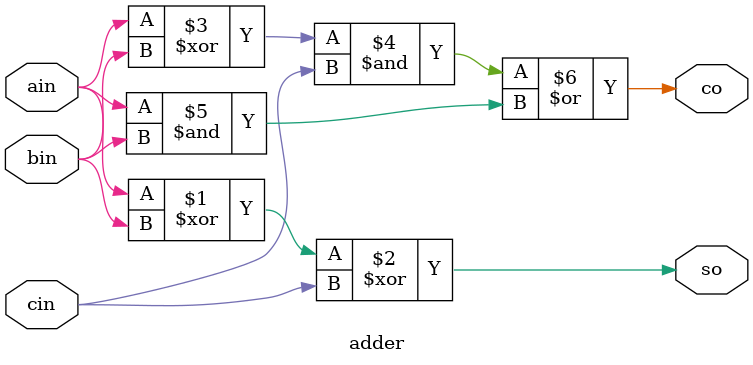
<source format=v>
module adder(ain, bin, cin, co, so);
input  ain, bin, cin;
output  co, so;

assign so = ain ^ bin ^ cin;
assign co = (ain ^ bin) & cin | (ain & bin); 

	endmodule
</source>
